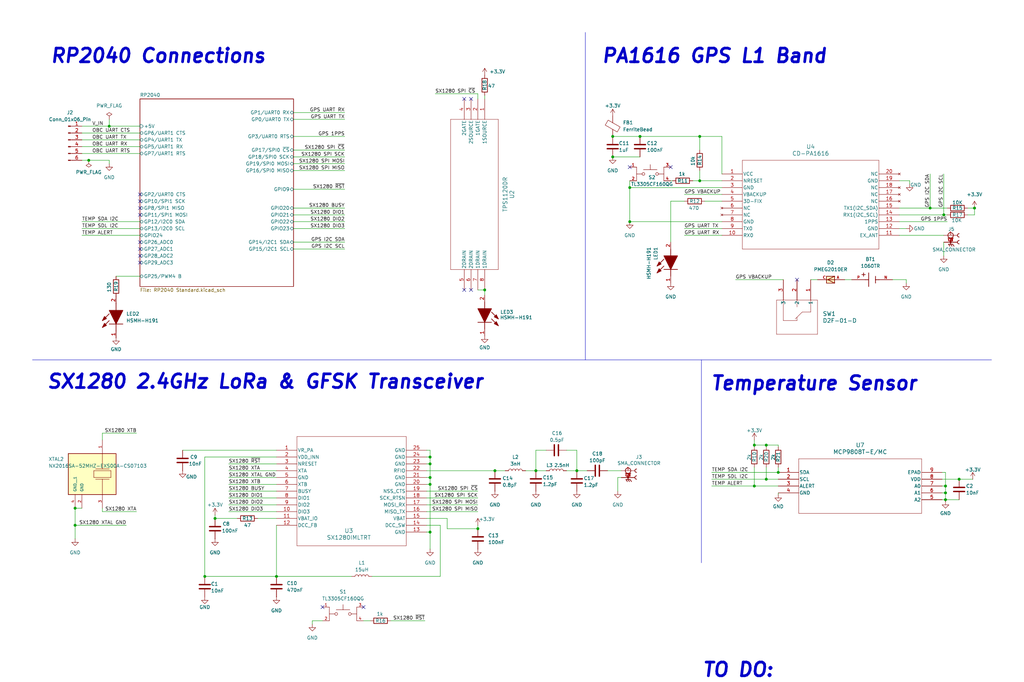
<source format=kicad_sch>
(kicad_sch (version 20231120) (generator "eeschema") (generator_version "8.0")
  (paper "User" 381 254)
  (title_block (title "Communication Board") (date "2024-12-17") (company "Porto Space Team") (comment 1 "Miguel Amorim"))
  (junction (at 280.67 165.735))
  (junction (at 234.315 69.85))
  (junction (at 351.79 183.515))
  (junction (at 199.39 175.26))
  (junction (at 356.87 178.435))
  (junction (at 33.02 59.69))
  (junction (at 160.02 172.72))
  (junction (at 289.56 175.895))
  (junction (at 214.63 175.26))
  (junction (at 280.67 180.975))
  (junction (at 285.115 165.735))
  (junction (at 160.02 198.12))
  (junction (at 260.35 67.31))
  (junction (at 76.2 214.63))
  (junction (at 351.79 180.975))
  (junction (at 80.01 193.04))
  (junction (at 351.155 80.01))
  (junction (at 285.115 178.435))
  (junction (at 180.34 107.95))
  (junction (at 184.15 175.26))
  (junction (at 234.315 82.55))
  (junction (at 177.8 196.85))
  (junction (at 362.585 77.47))
  (junction (at 346.075 77.47))
  (junction (at 227.965 50.8))
  (junction (at 160.02 180.34))
  (junction (at 260.35 50.8))
  (junction (at 160.02 177.8))
  (junction (at 27.94 195.58))
  (junction (at 238.125 50.8))
  (junction (at 227.965 58.42))
  (junction (at 102.87 214.63))
  (junction (at 27.94 189.23))
  (junction (at 40.64 46.99))
  (junction (at 160.02 170.18))
  (junction (at 351.79 186.055))
  (no_connect (at 175.26 36.83))
  (no_connect (at 135.255 226.06))
  (no_connect (at 172.72 36.83))
  (no_connect (at 52.07 90.17))
  (no_connect (at 234.315 62.23))
  (no_connect (at 52.07 77.47))
  (no_connect (at 52.07 80.01))
  (no_connect (at 120.015 226.06))
  (no_connect (at 52.07 97.79))
  (no_connect (at 172.72 107.95))
  (no_connect (at 175.26 107.95))
  (no_connect (at 52.07 72.39))
  (no_connect (at 52.07 92.71))
  (no_connect (at 52.07 95.25))
  (no_connect (at 296.545 104.14))
  (no_connect (at 249.555 62.23))
  (no_connect (at 52.07 74.93))
  (wire (pts (xy 285.115 173.99) (xy 285.115 178.435)))
  (wire (pts (xy 227.965 58.42) (xy 238.125 58.42)))
  (wire (pts (xy 289.56 175.895) (xy 289.56 173.99)))
  (wire (pts (xy 158.75 180.34) (xy 160.02 180.34)))
  (wire (pts (xy 160.02 180.34) (xy 160.02 198.12)))
  (wire (pts (xy 351.79 186.055) (xy 356.87 186.055)))
  (wire (pts (xy 30.48 54.61) (xy 52.07 54.61)))
  (wire (pts (xy 166.37 193.04) (xy 158.75 193.04)))
  (wire (pts (xy 350.52 175.895) (xy 351.79 175.895)))
  (wire (pts (xy 85.09 175.26) (xy 102.87 175.26)))
  (wire (pts (xy 280.67 165.735) (xy 280.67 166.37)))
  (wire (pts (xy 249.555 67.31) (xy 250.19 67.31)))
  (wire (pts (xy 332.105 104.14) (xy 337.185 104.14)))
  (wire (pts (xy 33.02 59.69) (xy 40.64 59.69)))
  (wire (pts (xy 195.58 175.26) (xy 199.39 175.26)))
  (wire (pts (xy 30.48 82.55) (xy 52.07 82.55)))
  (wire (pts (xy 362.585 80.01) (xy 360.045 80.01)))
  (wire (pts (xy 199.39 167.64) (xy 203.2 167.64)))
  (wire (pts (xy 260.35 50.8) (xy 268.605 50.8)))
  (wire (pts (xy 351.79 186.055) (xy 350.52 186.055)))
  (wire (pts (xy 38.1 161.29) (xy 50.8 161.29)))
  (wire (pts (xy 80.01 191.77) (xy 80.01 193.04)))
  (wire (pts (xy 234.315 69.85) (xy 234.315 82.55)))
  (wire (pts (xy 226.06 175.26) (xy 231.14 175.26)))
  (wire (pts (xy 27.94 189.23) (xy 30.48 189.23)))
  (wire (pts (xy 30.48 57.15) (xy 52.07 57.15)))
  (wire (pts (xy 177.8 36.83) (xy 177.8 34.925)))
  (wire (pts (xy 285.115 178.435) (xy 289.56 178.435)))
  (wire (pts (xy 184.15 175.26) (xy 187.96 175.26)))
  (wire (pts (xy 27.94 195.58) (xy 46.99 195.58)))
  (wire (pts (xy 130.81 214.63) (xy 102.87 214.63)))
  (wire (pts (xy 138.43 214.63) (xy 163.83 214.63)))
  (wire (pts (xy 229.87 177.8) (xy 229.87 182.88)))
  (wire (pts (xy 350.52 178.435) (xy 356.87 178.435)))
  (wire (pts (xy 285.115 165.735) (xy 285.115 166.37)))
  (wire (pts (xy 177.8 107.95) (xy 180.34 107.95)))
  (wire (pts (xy 163.83 195.58) (xy 163.83 214.63)))
  (wire (pts (xy 257.81 67.31) (xy 260.35 67.31)))
  (wire (pts (xy 262.255 74.93) (xy 268.605 74.93)))
  (wire (pts (xy 158.75 187.96) (xy 177.8 187.96)))
  (wire (pts (xy 160.02 167.64) (xy 160.02 170.18)))
  (wire (pts (xy 180.34 35.56) (xy 180.34 36.83)))
  (wire (pts (xy 351.79 183.515) (xy 351.79 186.055)))
  (wire (pts (xy 231.14 177.8) (xy 229.87 177.8)))
  (wire (pts (xy 351.79 175.895) (xy 351.79 180.975)))
  (wire (pts (xy 346.075 64.77) (xy 346.075 77.47)))
  (wire (pts (xy 109.22 50.8) (xy 128.27 50.8)))
  (wire (pts (xy 334.645 82.55) (xy 352.425 82.55)))
  (wire (pts (xy 116.205 232.41) (xy 116.205 231.14)))
  (wire (pts (xy 268.605 69.85) (xy 234.315 69.85)))
  (wire (pts (xy 160.02 172.72) (xy 160.02 177.8)))
  (wire (pts (xy 161.925 34.925) (xy 177.8 34.925)))
  (wire (pts (xy 254.635 85.09) (xy 268.605 85.09)))
  (wire (pts (xy 227.965 50.8) (xy 238.125 50.8)))
  (wire (pts (xy 280.67 163.83) (xy 280.67 165.735)))
  (wire (pts (xy 76.2 214.63) (xy 102.87 214.63)))
  (wire (pts (xy 338.455 67.31) (xy 338.455 68.58)))
  (wire (pts (xy 40.64 44.45) (xy 40.64 46.99)))
  (wire (pts (xy 166.37 196.85) (xy 177.8 196.85)))
  (wire (pts (xy 334.645 87.63) (xy 351.155 87.63)))
  (wire (pts (xy 30.48 85.09) (xy 52.07 85.09)))
  (wire (pts (xy 210.82 167.64) (xy 214.63 167.64)))
  (wire (pts (xy 334.645 67.31) (xy 338.455 67.31)))
  (wire (pts (xy 109.22 90.17) (xy 128.27 90.17)))
  (wire (pts (xy 40.64 46.99) (xy 52.07 46.99)))
  (wire (pts (xy 360.045 77.47) (xy 362.585 77.47)))
  (wire (pts (xy 27.94 195.58) (xy 27.94 200.66)))
  (wire (pts (xy 160.02 170.18) (xy 160.02 172.72)))
  (wire (pts (xy 30.48 87.63) (xy 52.07 87.63)))
  (wire (pts (xy 85.09 185.42) (xy 102.87 185.42)))
  (wire (pts (xy 43.18 102.87) (xy 52.07 102.87)))
  (wire (pts (xy 76.2 170.18) (xy 76.2 214.63)))
  (wire (pts (xy 351.79 183.515) (xy 350.52 183.515)))
  (wire (pts (xy 177.8 195.58) (xy 177.8 196.85)))
  (wire (pts (xy 135.255 231.14) (xy 137.795 231.14)))
  (wire (pts (xy 30.48 49.53) (xy 52.07 49.53)))
  (wire (pts (xy 280.67 165.735) (xy 285.115 165.735)))
  (wire (pts (xy 166.37 196.85) (xy 166.37 193.04)))
  (wire (pts (xy 264.795 175.895) (xy 289.56 175.895)))
  (wire (pts (xy 280.67 180.975) (xy 289.56 180.975)))
  (wire (pts (xy 158.75 172.72) (xy 160.02 172.72)))
  (wire (pts (xy 214.63 167.64) (xy 214.63 175.26)))
  (wire (pts (xy 210.82 175.26) (xy 214.63 175.26)))
  (wire (pts (xy 273.685 104.14) (xy 291.465 104.14)))
  (wire (pts (xy 234.315 82.55) (xy 268.605 82.55)))
  (wire (pts (xy 346.075 77.47) (xy 352.425 77.47)))
  (wire (pts (xy 109.22 77.47) (xy 128.27 77.47)))
  (wire (pts (xy 289.56 165.735) (xy 289.56 166.37)))
  (wire (pts (xy 362.585 77.47) (xy 362.585 80.01)))
  (wire (pts (xy 199.39 175.26) (xy 203.2 175.26)))
  (wire (pts (xy 289.56 184.15) (xy 289.56 183.515)))
  (wire (pts (xy 351.155 64.77) (xy 351.155 80.01)))
  (wire (pts (xy 85.09 187.96) (xy 102.87 187.96)))
  (wire (pts (xy 85.09 180.34) (xy 102.87 180.34)))
  (wire (pts (xy 109.22 58.42) (xy 128.27 58.42)))
  (wire (pts (xy 351.79 180.975) (xy 351.79 183.515)))
  (wire (pts (xy 268.605 64.77) (xy 268.605 50.8)))
  (wire (pts (xy 158.75 170.18) (xy 160.02 170.18)))
  (wire (pts (xy 264.795 180.975) (xy 280.67 180.975)))
  (wire (pts (xy 260.35 67.31) (xy 268.605 67.31)))
  (wire (pts (xy 356.87 178.435) (xy 361.95 178.435)))
  (wire (pts (xy 249.555 74.93) (xy 249.555 90.17)))
  (wire (pts (xy 314.325 104.14) (xy 316.865 104.14)))
  (wire (pts (xy 158.75 190.5) (xy 177.8 190.5)))
  (wire (pts (xy 109.22 82.55) (xy 128.27 82.55)))
  (wire (pts (xy 38.1 189.23) (xy 38.1 190.5)))
  (wire (pts (xy 280.67 180.975) (xy 280.67 173.99)))
  (wire (pts (xy 160.02 198.12) (xy 160.02 204.47)))
  (wire (pts (xy 67.945 167.64) (xy 102.87 167.64)))
  (wire (pts (xy 285.115 165.735) (xy 289.56 165.735)))
  (wire (pts (xy 40.64 59.69) (xy 40.64 60.96)))
  (wire (pts (xy 254.635 87.63) (xy 268.605 87.63)))
  (wire (pts (xy 109.22 92.71) (xy 128.27 92.71)))
  (wire (pts (xy 180.34 107.95) (xy 180.34 109.855)))
  (wire (pts (xy 27.94 189.23) (xy 27.94 195.58)))
  (wire (pts (xy 76.2 170.18) (xy 102.87 170.18)))
  (wire (pts (xy 38.1 190.5) (xy 50.8 190.5)))
  (wire (pts (xy 109.22 55.88) (xy 128.27 55.88)))
  (wire (pts (xy 109.22 85.09) (xy 128.27 85.09)))
  (wire (pts (xy 158.75 185.42) (xy 177.8 185.42)))
  (wire (pts (xy 158.75 167.64) (xy 160.02 167.64)))
  (wire (pts (xy 160.02 177.8) (xy 160.02 180.34)))
  (wire (pts (xy 334.645 85.09) (xy 337.185 85.09)))
  (wire (pts (xy 85.09 172.72) (xy 102.87 172.72)))
  (wire (pts (xy 145.415 231.14) (xy 158.115 231.14)))
  (wire (pts (xy 109.22 41.91) (xy 128.27 41.91)))
  (polyline (pts (xy 260.985 133.985) (xy 260.985 209.55)))
  (wire (pts (xy 158.75 195.58) (xy 163.83 195.58)))
  (wire (pts (xy 85.09 182.88) (xy 102.87 182.88)))
  (wire (pts (xy 30.48 52.07) (xy 52.07 52.07)))
  (wire (pts (xy 238.125 50.8) (xy 260.35 50.8)))
  (wire (pts (xy 95.885 193.04) (xy 102.87 193.04)))
  (wire (pts (xy 80.01 193.04) (xy 88.265 193.04)))
  (wire (pts (xy 351.155 90.17) (xy 351.155 95.25)))
  (wire (pts (xy 264.795 178.435) (xy 285.115 178.435)))
  (wire (pts (xy 214.63 175.26) (xy 218.44 175.26)))
  (wire (pts (xy 30.48 46.99) (xy 40.64 46.99)))
  (wire (pts (xy 109.22 63.5) (xy 128.27 63.5)))
  (wire (pts (xy 260.35 63.5) (xy 260.35 67.31)))
  (wire (pts (xy 260.35 50.8) (xy 260.35 55.88)))
  (wire (pts (xy 38.1 163.83) (xy 38.1 161.29)))
  (wire (pts (xy 158.75 198.12) (xy 160.02 198.12)))
  (wire (pts (xy 351.79 180.975) (xy 350.52 180.975)))
  (wire (pts (xy 337.185 104.14) (xy 337.185 105.41)))
  (wire (pts (xy 158.75 175.26) (xy 184.15 175.26)))
  (wire (pts (xy 199.39 175.26) (xy 199.39 167.64)))
  (wire (pts (xy 158.75 177.8) (xy 160.02 177.8)))
  (wire (pts (xy 351.79 186.055) (xy 351.79 186.69)))
  (wire (pts (xy 102.87 214.63) (xy 102.87 195.58)))
  (wire (pts (xy 109.22 70.485) (xy 128.27 70.485)))
  (wire (pts (xy 254.635 72.39) (xy 268.605 72.39)))
  (wire (pts (xy 116.205 231.14) (xy 120.015 231.14)))
  (wire (pts (xy 85.09 190.5) (xy 102.87 190.5)))
  (wire (pts (xy 301.625 104.14) (xy 304.165 104.14)))
  (wire (pts (xy 30.48 59.69) (xy 33.02 59.69)))
  (wire (pts (xy 158.75 182.88) (xy 177.8 182.88)))
  (polyline (pts (xy 217.805 12.065) (xy 217.805 133.985)))
  (wire (pts (xy 249.555 74.93) (xy 254.635 74.93)))
  (wire (pts (xy 109.22 44.45) (xy 128.27 44.45)))
  (polyline (pts (xy 12.065 133.985) (xy 368.935 133.985)))
  (wire (pts (xy 109.22 80.01) (xy 128.27 80.01)))
  (wire (pts (xy 234.315 67.31) (xy 234.315 69.85)))
  (wire (pts (xy 85.09 177.8) (xy 102.87 177.8)))
  (wire (pts (xy 351.155 80.01) (xy 352.425 80.01)))
  (wire (pts (xy 334.645 77.47) (xy 346.075 77.47)))
  (wire (pts (xy 109.22 60.96) (xy 128.27 60.96)))
  (wire (pts (xy 334.645 80.01) (xy 351.155 80.01)))
  (text "PA1616 GPS L1 Band" (at 223.52 20.955 0) (effects (font (size 5.08 5.08) (thickness 1.016) (bold yes) (italic yes)) (justify left)))
  (text "SX1280 2.4GHz LoRa & GFSK Transceiver" (at 17.145 142.24 0) (effects (font (size 5.08 5.08) (thickness 1.016) (bold yes) (italic yes)) (justify left)))
  (text "RP2040 Connections" (at 18.415 20.955 0) (effects (font (size 5.08 5.08) (thickness 1.016) (bold yes) (italic yes)) (justify left)))
  (text "TO DO:" (at 260.985 249.555 0) (effects (font (size 5.08 5.08) (thickness 1.016) (bold yes) (italic yes)) (justify left)))
  (text "Temperature Sensor" (at 264.16 142.875 0) (effects (font (size 5.08 5.08) (thickness 1.016) (bold yes) (italic yes)) (justify left)))
  (text "Falta procurar e atribuir footprints\nEscolher modelos de resistências e condensadores\nSimbolos e footprints para o conectores:\n	- 5V e GND do OBC\n	- UART do OBC" (at 261.62 274.32 0) (effects (font (size 2.6 2.6) (italic yes)) (justify left)))
  (label "SX1280 DIO1" (at 85.09 185.42 0))
  (label "SX1280 DIO1" (at 128.27 80.01 180))
  (label "SX1280 SPI ~{CS}" (at 161.925 34.925 0))
  (label "SX1280 ~{RST}" (at 128.27 70.485 180))
  (label "SX1280 BUSY" (at 128.27 77.47 180))
  (label "GPS UART RX" (at 254.635 87.63 0))
  (label "SX1280 XTAL GND" (at 46.99 195.58 180))
  (label "OBC UART RTS" (at 34.29 57.15 0))
  (label "SX1280 SPI MISO" (at 128.27 63.5 180))
  (label "GPS I2C SCL" (at 128.27 92.71 180))
  (label "SX1280 SPI ~{CS}" (at 177.8 182.88 180))
  (label "GPS 1PPS" (at 128.27 50.8 180))
  (label "TEMP ALERT" (at 264.795 180.975 0))
  (label "SX1280 SPI SCK" (at 177.8 185.42 180))
  (label "SX1280 XTAL GND" (at 85.09 177.8 0))
  (label "SX1280 XTA" (at 85.09 175.26 0))
  (label "SX1280 DIO2" (at 128.27 82.55 180))
  (label "SX1280 XTB" (at 85.09 180.34 0))
  (label "GPS 1PPS" (at 352.425 82.55 180))
  (label "GPS VBACKUP" (at 254.635 72.39 0))
  (label "GPS I2C SDA" (at 128.27 90.17 180))
  (label "SX1280 DIO3" (at 128.27 85.09 180))
  (label "SX1280 BUSY" (at 85.09 182.88 0))
  (label "SX1280 SPI MOSI" (at 177.8 187.96 180))
  (label "TEMP SDA I2C" (at 264.795 175.895 0))
  (label "OBC UART CTS" (at 34.29 49.53 0))
  (label "GPS VBACKUP" (at 273.685 104.14 0))
  (label "GPS UART RX" (at 128.27 41.91 180))
  (label "V_IN" (at 34.29 46.99 0))
  (label "TEMP SDL I2C" (at 264.795 178.435 0))
  (label "GPS I2C SCL" (at 351.155 64.77 270))
  (label "OBC UART TX" (at 34.29 52.07 0))
  (label "SX1280 SPI SCK" (at 128.27 58.42 180))
  (label "SX1280 XTB" (at 50.8 161.29 180))
  (label "GPS UART TX" (at 254.635 85.09 0))
  (label "SX1280 DIO3" (at 85.09 190.5 0))
  (label "SX1280 ~{RST}" (at 85.09 172.72 0))
  (label "TEMP SDL I2C" (at 30.48 85.09 0))
  (label "TEMP SDA I2C" (at 30.48 82.55 0))
  (label "SX1280 SPI MISO" (at 177.8 190.5 180))
  (label "SX1280 SPI ~{CS}" (at 128.27 55.88 180))
  (label "GPS I2C SDA" (at 346.075 64.77 270))
  (label "GPS UART TX" (at 128.27 44.45 180))
  (label "OBC UART RX" (at 34.29 54.61 0))
  (label "SX1280 XTA" (at 50.8 190.5 180))
  (label "TEMP ALERT" (at 30.48 87.63 0))
  (label "SX1280 DIO2" (at 85.09 187.96 0))
  (label "SX1280 ~{RST}" (at 158.115 231.14 180))
  (label "SX1280 SPI MOSI" (at 128.27 60.96 180))
  (symbol (lib_id "power:+3.3V") (at 180.34 27.94 0) (unit 1)
    (property "Reference" "#PWR027" (effects (hide yes)))
    (property "Value" "+3.3V" (at 182.118 26.6699 0) (effects (justify left)))
    (property "Description" "Power symbol creates a global label with name \"+3.3V\"" (effects (hide yes)))
  )
  (symbol (lib_id "Device:C") (at 67.945 171.45 0) (unit 1)
    (property "Reference" "C9" (at 70.739 170.18 0) (effects (justify left)))
    (property "Value" "10nF" (at 70.231 172.72 0) (effects (justify left)))
    (property "Footprint" "CAP_GCM155_MUR:CAP_GCM155_MUR" (effects (hide yes)))
    (property "Description" "Unpolarized capacitor" (effects (hide yes)))
  )
  (symbol (lib_id "power:+3.3V") (at 280.67 163.83 0) (unit 1)
    (property "Reference" "#PWR054" (effects (hide yes)))
    (property "Value" "+3.3V" (at 280.67 160.274 0))
    (property "Description" "Power symbol creates a global label with name \"+3.3V\"" (effects (hide yes)))
  )
  (symbol (lib_id "power:GND") (at 289.56 184.15 0) (unit 1)
    (property "Reference" "#PWR055" (effects (hide yes)))
    (property "Value" "GND" (at 289.56 188.595 0))
    (property "Description" "Power symbol creates a global label with name \"GND\" , ground" (effects (hide yes)))
  )
  (symbol (lib_id "Device:R") (at 356.235 77.47 90) (unit 1)
    (property "Reference" "R15" (at 356.235 77.47 90))
    (property "Value" "10K" (at 356.235 75.438 90))
    (property "Footprint" "RC0402N_VIS:RC0402N_VIS" (effects (hide yes)))
    (property "Description" "Resistor" (effects (hide yes)))
  )
  (symbol (lib_id "power:GND") (at 351.79 186.69 0) (unit 1)
    (property "Reference" "#PWR056" (effects (hide yes)))
    (property "Value" "GND" (at 351.79 191.135 0))
    (property "Description" "Power symbol creates a global label with name \"GND\" , ground" (effects (hide yes)))
  )
  (symbol (lib_id "power:GND") (at 180.34 125.095 0) (unit 1)
    (property "Reference" "#PWR053" (effects (hide yes)))
    (property "Value" "GND" (at 180.34 129.413 0))
    (property "Description" "Power symbol creates a global label with name \"GND\" , ground" (effects (hide yes)))
  )
  (symbol (lib_id "power:+3.3V") (at 80.01 191.77 0) (unit 1)
    (property "Reference" "#PWR02" (effects (hide yes)))
    (property "Value" "+3.3V" (at 80.01 187.96 0))
    (property "Description" "Power symbol creates a global label with name \"+3.3V\"" (effects (hide yes)))
  )
  (symbol (lib_id "power:GND") (at 160.02 204.47 0) (unit 1)
    (property "Reference" "#PWR08" (effects (hide yes)))
    (property "Value" "GND" (at 160.02 209.55 0))
    (property "Description" "Power symbol creates a global label with name \"GND\" , ground" (effects (hide yes)))
  )
  (symbol (lib_id "SMA_CONNECTOR:SMA_CONNECTOR") (at 233.68 175.26 0) (mirror y) (unit 1)
    (property "Reference" "J3" (at 237.744 170.18 0))
    (property "Value" "SMA_CONNECTOR" (at 237.744 172.466 0))
    (property "Footprint" "SMA_CONNECTOR:LPRS_SMA_CONNECTOR" (effects (hide yes)))
    (property "MF" "LPRS" (effects (hide yes)))
    (property "MAXIMUM_PACKAGE_HEIGHT" "8.3 mm" (effects (hide yes)))
    (property "Package" "None" (effects (hide yes)))
    (property "Price" "None" (effects (hide yes)))
    (property "Check_prices" "https://www.snapeda.com/parts/SMA%20CONNECTOR/LPRS/view-part/?ref=eda" (effects (hide yes)))
    (property "STANDARD" "Manufacturer Recommendations" (effects (hide yes)))
    (property "PARTREV" "1.3" (effects (hide yes)))
    (property "SnapEDA_Link" "https://www.snapeda.com/parts/SMA%20CONNECTOR/LPRS/view-part/?ref=snap" (effects (hide yes)))
    (property "MP" "SMA CONNECTOR" (effects (hide yes)))
    (property "Purchase-URL" "https://www.snapeda.com/api/url_track_click_mouser/?unipart_id=4703486&manufacturer=LPRS&part_name=SMA CONNECTOR&search_term=None" (effects (hide yes)))
    (property "Description_1" "\n                        \n                            RF Coaxial Straight SMA Connector\n                        \n" (effects (hide yes)))
    (property "Availability" "In Stock" (effects (hide yes)))
    (property "MANUFACTURER" "LPRS" (effects (hide yes)))
  )
  (symbol (lib_id "power:GND") (at 67.945 175.26 0) (unit 1)
    (property "Reference" "#PWR05" (effects (hide yes)))
    (property "Value" "GND" (at 71.247 177.546 0))
    (property "Description" "Power symbol creates a global label with name \"GND\" , ground" (effects (hide yes)))
  )
  (symbol (lib_id "GPS L1:5186") (at 268.605 64.77 0) (unit 1)
    (property "Reference" "U4" (at 301.625 54.61 0) (effects (font (size 1.524 1.524))))
    (property "Value" "CD-PA1616" (at 301.625 57.15 0) (effects (font (size 1.524 1.524))))
    (property "Footprint" "GPS_adafruit:CD-PA1616D_ADA" (effects (hide yes)))
    (property "Datasheet" "5186" (effects (hide yes)))
  )
  (symbol (lib_id "power:PWR_FLAG") (at 33.02 59.69 180) (unit 1)
    (property "Reference" "#FLG03" (effects (hide yes)))
    (property "Value" "PWR_FLAG" (at 33.02 64.135 0))
    (property "Description" "Special symbol for telling ERC where power comes from" (effects (hide yes)))
  )
  (symbol (lib_id "power:GND") (at 214.63 182.88 0) (unit 1)
    (property "Reference" "#PWR013" (effects (hide yes)))
    (property "Value" "GND" (at 214.63 187.96 0))
    (property "Description" "Power symbol creates a global label with name \"GND\" , ground" (effects (hide yes)))
  )
  (symbol (lib_id "Device:R") (at 92.075 193.04 90) (unit 1)
    (property "Reference" "R13" (at 92.075 193.04 90))
    (property "Value" "47" (at 92.075 195.58 90))
    (property "Footprint" "RC0402N_VIS:RC0402N_VIS" (effects (hide yes)))
    (property "Description" "Resistor" (effects (hide yes)))
  )
  (symbol (lib_id "Device:R") (at 180.34 31.75 180) (unit 1)
    (property "Reference" "R18" (at 180.34 31.75 90))
    (property "Value" "47" (at 182.88 32.004 0))
    (property "Footprint" "RC0402N_VIS:RC0402N_VIS" (effects (hide yes)))
    (property "Description" "Resistor" (effects (hide yes)))
  )
  (symbol (lib_id "power:GND") (at 249.555 105.41 0) (unit 1)
    (property "Reference" "#PWR018" (effects (hide yes)))
    (property "Value" "GND" (at 249.555 110.49 0))
    (property "Description" "Power symbol creates a global label with name \"GND\" , ground" (effects (hide yes)))
  )
  (symbol (lib_id "power:+3.3V") (at 361.95 178.435 0) (unit 1)
    (property "Reference" "#PWR057" (effects (hide yes)))
    (property "Value" "+3.3V" (at 361.95 174.879 0))
    (property "Description" "Power symbol creates a global label with name \"+3.3V\"" (effects (hide yes)))
  )
  (symbol (lib_id "Red SMD LED:HSMH-H191") (at 249.555 105.41 90) (unit 1)
    (property "Reference" "LED1" (at 243.967 91.948 0) (effects (justify right)))
    (property "Value" "HSMH-H191" (at 241.427 91.948 0) (effects (justify right)))
    (property "Footprint" "Red SMD LED:HSMHH191" (effects (hide yes)))
    (property "Datasheet" "https://www.broadcom.com/products/leds-and-displays/chip-leds/0603-1.6-x-0.88mm-top-mount/hsmh-h191" (effects (hide yes)))
    (property "Description" "0603 Top Mount Mono-Color ChipLED" (effects (hide yes)))
    (property "Height" "0.7" (effects (hide yes)))
    (property "Manufacturer_Name" "Avago Technologies" (effects (hide yes)))
    (property "Manufacturer_Part_Number" "HSMH-H191" (effects (hide yes)))
    (property "Mouser Part Number" "630-HSMH-H191" (effects (hide yes)))
    (property "Mouser Price/Stock" "https://www.mouser.co.uk/ProductDetail/Broadcom-Avago/HSMH-H191?qs=Li%252BoUPsLEnsN8XNfO1JPnw%3D%3D" (effects (hide yes)))
  )
  (symbol (lib_id "power:GND") (at 338.455 68.58 0) (unit 1)
    (property "Reference" "#PWR021" (effects (hide yes)))
    (property "Value" "GND" (at 340.741 68.834 0))
    (property "Description" "Power symbol creates a global label with name \"GND\" , ground" (effects (hide yes)))
  )
  (symbol (lib_id "Device:C") (at 177.8 200.66 0) (unit 1)
    (property "Reference" "C13" (at 181.61 199.3899 0) (effects (justify left)))
    (property "Value" "100nF" (at 181.61 201.9299 0) (effects (justify left)))
    (property "Footprint" "CAP_GCM155_MUR:CAP_GCM155_MUR" (effects (hide yes)))
    (property "Description" "Unpolarized capacitor" (effects (hide yes)))
  )
  (symbol (lib_id "Coin Battery Contact:1060TR") (at 324.485 104.14 0) (unit 1)
    (property "Reference" "BT1" (at 323.85 96.52 0))
    (property "Value" "1060TR" (at 323.85 99.06 0))
    (property "Footprint" "BAT Holder 1060TR:BAT_1060TR" (effects (hide yes)))
    (property "MF" "Keystone" (effects (hide yes)))
    (property "MAXIMUM_PACKAGE_HEIGHT" "5.51mm" (effects (hide yes)))
    (property "Package" "1060TR Keystone" (effects (hide yes)))
    (property "Price" "None" (effects (hide yes)))
    (property "Check_prices" "https://www.snapeda.com/parts/1060TR/Keystone/view-part/?ref=eda" (effects (hide yes)))
    (property "STANDARD" "Manufacturer Recommendations" (effects (hide yes)))
    (property "PARTREV" "L" (effects (hide yes)))
    (property "SnapEDA_Link" "https://www.snapeda.com/parts/1060TR/Keystone/view-part/?ref=snap" (effects (hide yes)))
    (property "MP" "1060TR" (effects (hide yes)))
    (property "Description_1" "\n                        \n                            Holder; SMT; Vibra-Fit; Cells 2025 & 2032; Tape & Reel | Keystone Electronics 1060TR\n                        \n" (effects (hide yes)))
    (property "SNAPEDA_PN" "1060TR" (effects (hide yes)))
    (property "Availability" "In Stock" (effects (hide yes)))
    (property "MANUFACTURER" "Keystone" (effects (hide yes)))
  )
  (symbol (lib_id "Device:FerriteBead") (at 227.965 46.99 0) (unit 1)
    (property "Reference" "FB1" (at 231.775 45.6691 0) (effects (justify left)))
    (property "Value" "FerriteBead" (at 231.775 48.2091 0) (effects (justify left)))
    (property "Footprint" "BEADC1608X95N:BEADC1608X95N" (effects (hide yes)))
    (property "Description" "Ferrite bead" (effects (hide yes)))
  )
  (symbol (lib_id "Device:R") (at 43.18 106.68 0) (mirror x) (unit 1)
    (property "Reference" "R19" (at 43.18 106.68 90))
    (property "Value" "130" (at 40.64 106.934 90))
    (property "Footprint" "RC0402N_VIS:RC0402N_VIS" (effects (hide yes)))
    (property "Description" "Resistor" (effects (hide yes)))
  )
  (symbol (lib_id "52MHz Crystal:NX2016SA-52MHZ-EXS00A-CS07103") (at 35.56 176.53 270) (unit 1)
    (property "Reference" "XTAL2" (at 18.034 170.942 90) (effects (justify left)))
    (property "Value" "NX2016SA-52MHZ-EXS00A-CS07103" (at 18.034 173.482 90) (effects (justify left)))
    (property "Footprint" "NX2016SA_52MHZ:OSCCC200X160X50N" (effects (hide yes)))
    (property "PARTREV" "N/A" (effects (hide yes)))
    (property "STANDARD" "IPC-7351B" (effects (hide yes)))
    (property "MANUFACTURER" "NDK" (effects (hide yes)))
  )
  (symbol (lib_id "power:GND") (at 351.155 95.25 0) (unit 1)
    (property "Reference" "#PWR022" (effects (hide yes)))
    (property "Value" "GND" (at 351.155 100.33 0))
    (property "Description" "Power symbol creates a global label with name \"GND\" , ground" (effects (hide yes)))
  )
  (symbol (lib_id "Device:R") (at 258.445 74.93 90) (unit 1)
    (property "Reference" "R12" (at 258.445 74.93 90))
    (property "Value" "470" (at 258.191 77.47 90))
    (property "Footprint" "RC0402N_VIS:RC0402N_VIS" (effects (hide yes)))
    (property "Description" "Resistor" (effects (hide yes)))
  )
  (symbol (lib_id "Device:C") (at 356.87 182.245 0) (unit 1)
    (property "Reference" "C2" (at 359.41 180.975 0) (effects (justify left)))
    (property "Value" "10nF" (at 359.41 183.515 0) (effects (justify left)))
    (property "Footprint" "CAP_GCM155_MUR:CAP_GCM155_MUR" (effects (hide yes)))
    (property "Description" "Unpolarized capacitor" (effects (hide yes)))
  )
  (symbol (lib_id "power:GND") (at 184.15 182.88 0) (unit 1)
    (property "Reference" "#PWR011" (effects (hide yes)))
    (property "Value" "GND" (at 184.15 187.96 0))
    (property "Description" "Power symbol creates a global label with name \"GND\" , ground" (effects (hide yes)))
  )
  (symbol (lib_id "Device:C") (at 238.125 54.61 0) (unit 1)
    (property "Reference" "C12" (at 240.665 53.34 0) (effects (justify left)))
    (property "Value" "100nF" (at 240.665 55.88 0) (effects (justify left)))
    (property "Footprint" "CAP_GCM155_MUR:CAP_GCM155_MUR" (effects (hide yes)))
    (property "Description" "Unpolarized capacitor" (effects (hide yes)))
  )
  (symbol (lib_id "power:GND") (at 177.8 204.47 0) (unit 1)
    (property "Reference" "#PWR010" (effects (hide yes)))
    (property "Value" "GND" (at 177.8 209.55 0))
    (property "Description" "Power symbol creates a global label with name \"GND\" , ground" (effects (hide yes)))
  )
  (symbol (lib_id "Device:C") (at 184.15 179.07 0) (unit 1)
    (property "Reference" "C14" (at 186.944 178.054 0) (effects (justify left)))
    (property "Value" "0.8pF" (at 186.944 180.594 0) (effects (justify left)))
    (property "Footprint" "CAP_GCM155_MUR:CAP_GCM155_MUR" (effects (hide yes)))
    (property "Description" "Unpolarized capacitor" (effects (hide yes)))
  )
  (symbol (lib_id "Device:C") (at 199.39 179.07 0) (unit 1)
    (property "Reference" "C15" (at 201.93 177.8 0) (effects (justify left)))
    (property "Value" "1.2pF" (at 201.93 180.34 0) (effects (justify left)))
    (property "Footprint" "CAP_GCM155_MUR:CAP_GCM155_MUR" (effects (hide yes)))
    (property "Description" "Unpolarized capacitor" (effects (hide yes)))
  )
  (symbol (lib_id "TL3305CF160QG:TL3305CF160QG") (at 127.635 228.6 0) (unit 1)
    (property "Reference" "S1" (at 127.635 220.345 0))
    (property "Value" "TL3305CF160QG" (at 127.635 222.885 0))
    (property "Footprint" "E-Switch_7mm:SW_TL3305CF160QG" (effects (hide yes)))
    (property "MF" "E-Switch" (effects (hide yes)))
    (property "MAXIMUM_PACKAGE_HEIGHT" "5 mm" (effects (hide yes)))
    (property "Package" "None" (effects (hide yes)))
    (property "Price" "None" (effects (hide yes)))
    (property "Check_prices" "https://www.snapeda.com/parts/TL3305CF160QG/E-Switch/view-part/?ref=eda" (effects (hide yes)))
    (property "STANDARD" "Manufacturer Recommendations" (effects (hide yes)))
    (property "PARTREV" "C" (effects (hide yes)))
    (property "SnapEDA_Link" "https://www.snapeda.com/parts/TL3305CF160QG/E-Switch/view-part/?ref=snap" (effects (hide yes)))
    (property "MP" "TL3305CF160QG" (effects (hide yes)))
    (property "Description_1" "\n                        \n                            SWITCH TACTILE SPST-NO 50MA 12V\n                        \n" (effects (hide yes)))
    (property "MANUFACTURER" "E-Switch" (effects (hide yes)))
    (property "Availability" "In Stock" (effects (hide yes)))
    (property "SNAPEDA_PN" "TL3305BF260QG" (effects (hide yes)))
  )
  (symbol (lib_id "power:+3.3V") (at 362.585 77.47 0) (unit 1)
    (property "Reference" "#PWR028" (effects (hide yes)))
    (property "Value" "+3.3V" (at 362.585 72.39 0))
    (property "Description" "Power symbol creates a global label with name \"+3.3V\"" (effects (hide yes)))
  )
  (symbol (lib_id "Device:L") (at 191.77 175.26 90) (unit 1)
    (property "Reference" "L2" (at 191.77 170.18 90))
    (property "Value" "3nH" (at 191.77 172.72 90))
    (property "Footprint" "LQW15CNR20J00B:LQW15CNR20J00B" (effects (hide yes)))
    (property "Description" "Inductor" (effects (hide yes)))
  )
  (symbol (lib_id "Switch_D2F-01:D2F-01-D") (at 301.625 104.14 270) (unit 1)
    (property "Reference" "SW1" (at 306.07 116.8399 90) (effects (font (size 1.524 1.524)) (justify left)))
    (property "Value" "D2F-01-D" (at 306.07 119.3799 90) (effects (font (size 1.524 1.524)) (justify left)))
    (property "Footprint" "Switch D2F-01:D2F-01-D_OMR" (effects (hide yes)))
    (property "Datasheet" "D2F-01-D" (effects (hide yes)))
  )
  (symbol (lib_id "power:+3.3V") (at 227.965 43.18 0) (unit 1)
    (property "Reference" "#PWR015" (effects (hide yes)))
    (property "Value" "+3.3V" (at 227.965 39.37 0))
    (property "Description" "Power symbol creates a global label with name \"+3.3V\"" (effects (hide yes)))
  )
  (symbol (lib_id "Device:R") (at 141.605 231.14 90) (mirror x) (unit 1)
    (property "Reference" "R16" (at 141.605 231.14 90))
    (property "Value" "1k" (at 141.351 228.6 90))
    (property "Footprint" "RC0402N_VIS:RC0402N_VIS" (effects (hide yes)))
    (property "Description" "Resistor" (effects (hide yes)))
  )
  (symbol (lib_id "TL3305CF160QG:TL3305CF160QG") (at 241.935 64.77 0) (unit 1)
    (property "Reference" "S2" (at 242.57 66.04 0))
    (property "Value" "TL3305CF160QG" (at 242.57 68.58 0))
    (property "Footprint" "E-Switch_7mm:SW_TL3305CF160QG" (effects (hide yes)))
    (property "MF" "E-Switch" (effects (hide yes)))
    (property "MAXIMUM_PACKAGE_HEIGHT" "5 mm" (effects (hide yes)))
    (property "Package" "None" (effects (hide yes)))
    (property "Price" "None" (effects (hide yes)))
    (property "Check_prices" "https://www.snapeda.com/parts/TL3305CF160QG/E-Switch/view-part/?ref=eda" (effects (hide yes)))
    (property "STANDARD" "Manufacturer Recommendations" (effects (hide yes)))
    (property "PARTREV" "C" (effects (hide yes)))
    (property "SnapEDA_Link" "https://www.snapeda.com/parts/TL3305CF160QG/E-Switch/view-part/?ref=snap" (effects (hide yes)))
    (property "MP" "TL3305CF160QG" (effects (hide yes)))
    (property "Description_1" "\n                        \n                            SWITCH TACTILE SPST-NO 50MA 12V\n                        \n" (effects (hide yes)))
    (property "MANUFACTURER" "E-Switch" (effects (hide yes)))
    (property "Availability" "In Stock" (effects (hide yes)))
    (property "SNAPEDA_PN" "TL3305BF260QG" (effects (hide yes)))
  )
  (symbol (lib_id "Device:L") (at 134.62 214.63 90) (unit 1)
    (property "Reference" "L1" (at 134.62 209.55 90))
    (property "Value" "15uH" (at 134.62 212.09 90))
    (property "Footprint" "IND_2012_TDK:IND_2012_TDK" (effects (hide yes)))
    (property "Description" "Inductor" (effects (hide yes)))
  )
  (symbol (lib_id "Device:R") (at 289.56 170.18 0) (unit 1)
    (property "Reference" "R21" (at 289.56 172.085 90) (effects (justify left)))
    (property "Value" "2k" (at 287.655 171.45 90) (effects (justify left)))
    (property "Footprint" "RC0402N_VIS:RC0402N_VIS" (effects (hide yes)))
    (property "Description" "Resistor" (effects (hide yes)))
  )
  (symbol (lib_id "Device:C") (at 102.87 218.44 0) (unit 1)
    (property "Reference" "C10" (at 106.68 217.1699 0) (effects (justify left)))
    (property "Value" "470nF" (at 106.68 219.7099 0) (effects (justify left)))
    (property "Footprint" "CAP_GCM155_MUR:CAP_GCM155_MUR" (effects (hide yes)))
    (property "Description" "Unpolarized capacitor" (effects (hide yes)))
  )
  (symbol (lib_id "Device:C") (at 76.2 218.44 0) (unit 1)
    (property "Reference" "C1" (at 78.486 217.424 0) (effects (justify left)))
    (property "Value" "10nF" (at 78.486 219.964 0) (effects (justify left)))
    (property "Footprint" "CAP_GCM155_MUR:CAP_GCM155_MUR" (effects (hide yes)))
    (property "Description" "Unpolarized capacitor" (effects (hide yes)))
  )
  (symbol (lib_id "Red SMD LED:HSMH-H191") (at 180.34 125.095 270) (mirror x) (unit 1)
    (property "Reference" "LED3" (at 191.008 116.205 90) (effects (justify right)))
    (property "Value" "HSMH-H191" (at 198.12 118.237 90) (effects (justify right)))
    (property "Footprint" "Red SMD LED:HSMHH191" (effects (hide yes)))
    (property "Datasheet" "https://www.broadcom.com/products/leds-and-displays/chip-leds/0603-1.6-x-0.88mm-top-mount/hsmh-h191" (effects (hide yes)))
    (property "Description" "0603 Top Mount Mono-Color ChipLED" (effects (hide yes)))
    (property "Height" "0.7" (effects (hide yes)))
    (property "Manufacturer_Name" "Avago Technologies" (effects (hide yes)))
    (property "Manufacturer_Part_Number" "HSMH-H191" (effects (hide yes)))
    (property "Mouser Part Number" "630-HSMH-H191" (effects (hide yes)))
    (property "Mouser Price/Stock" "https://www.mouser.co.uk/ProductDetail/Broadcom-Avago/HSMH-H191?qs=Li%252BoUPsLEnsN8XNfO1JPnw%3D%3D" (effects (hide yes)))
  )
  (symbol (lib_id "power:+3.3V") (at 177.8 195.58 0) (unit 1)
    (property "Reference" "#PWR09" (effects (hide yes)))
    (property "Value" "+3.3V" (at 181.102 193.294 0))
    (property "Description" "Power symbol creates a global label with name \"+3.3V\"" (effects (hide yes)))
  )
  (symbol (lib_id "2.4Ghz LoRa Transceiver:SX1280IMLTRT") (at 102.87 167.64 0) (unit 1)
    (property "Reference" "U3" (at 129.794 197.612 0) (effects (font (size 1.524 1.524))))
    (property "Value" "SX1280IMLTRT" (at 129.794 200.152 0) (effects (font (size 1.524 1.524))))
    (property "Footprint" "SX1280:QFN24_4X4_SEM" (effects (hide yes)))
    (property "Datasheet" "SX1280IMLTRT" (effects (hide yes)))
  )
  (symbol (lib_id "power:GND") (at 337.185 85.09 90) (unit 1)
    (property "Reference" "#PWR020" (effects (hide yes)))
    (property "Value" "GND" (at 342.011 85.09 90))
    (property "Description" "Power symbol creates a global label with name \"GND\" , ground" (effects (hide yes)))
  )
  (symbol (lib_id "power:GND") (at 199.39 182.88 0) (unit 1)
    (property "Reference" "#PWR012" (effects (hide yes)))
    (property "Value" "GND" (at 199.39 187.96 0))
    (property "Description" "Power symbol creates a global label with name \"GND\" , ground" (effects (hide yes)))
  )
  (symbol (lib_id "Device:C") (at 207.01 167.64 270) (unit 1)
    (property "Reference" "C16" (at 207.264 161.29 90))
    (property "Value" "0.5pF" (at 207.264 163.83 90))
    (property "Footprint" "CAP_GCM155_MUR:CAP_GCM155_MUR" (effects (hide yes)))
    (property "Description" "Unpolarized capacitor" (effects (hide yes)))
  )
  (symbol (lib_id "power:GND") (at 27.94 200.66 0) (unit 1)
    (property "Reference" "#PWR01" (effects (hide yes)))
    (property "Value" "GND" (at 27.94 205.74 0))
    (property "Description" "Power symbol creates a global label with name \"GND\" , ground" (effects (hide yes)))
  )
  (symbol (lib_id "Device:C") (at 227.965 54.61 0) (unit 1)
    (property "Reference" "C11" (at 230.251 53.34 0) (effects (justify left)))
    (property "Value" "1uF" (at 230.251 55.88 0) (effects (justify left)))
    (property "Footprint" "CAP_GCM155_MUR:CAP_GCM155_MUR" (effects (hide yes)))
    (property "Description" "Unpolarized capacitor" (effects (hide yes)))
  )
  (symbol (lib_id "Device:C") (at 214.63 179.07 0) (unit 1)
    (property "Reference" "C17" (at 217.17 178.054 0) (effects (justify left)))
    (property "Value" "1.2pF" (at 217.17 180.594 0) (effects (justify left)))
    (property "Footprint" "CAP_GCM155_MUR:CAP_GCM155_MUR" (effects (hide yes)))
    (property "Description" "Unpolarized capacitor" (effects (hide yes)))
  )
  (symbol (lib_id "power:GND") (at 116.205 232.41 0) (unit 1)
    (property "Reference" "#PWR07" (effects (hide yes)))
    (property "Value" "GND" (at 116.205 237.49 0))
    (property "Description" "Power symbol creates a global label with name \"GND\" , ground" (effects (hide yes)))
  )
  (symbol (lib_id "power:PWR_FLAG") (at 40.64 44.45 0) (unit 1)
    (property "Reference" "#FLG01" (effects (hide yes)))
    (property "Value" "PWR_FLAG" (at 40.64 39.37 0))
    (property "Description" "Special symbol for telling ERC where power comes from" (effects (hide yes)))
  )
  (symbol (lib_id "Device:R") (at 280.67 170.18 0) (unit 1)
    (property "Reference" "R10" (at 280.67 172.085 90) (effects (justify left)))
    (property "Value" "2k" (at 278.765 171.45 90) (effects (justify left)))
    (property "Footprint" "RC0402N_VIS:RC0402N_VIS" (effects (hide yes)))
    (property "Description" "Resistor" (effects (hide yes)))
  )
  (symbol (lib_id "Connector:Conn_01x06_Pin") (at 25.4 52.07 0) (unit 1)
    (property "Reference" "J2" (at 26.035 41.91 0))
    (property "Value" "Conn_01x06_Pin" (at 26.035 44.45 0))
    (property "Footprint" "Connector_PinHeader_1.00mm:PinHeader_1x06_P1.00mm_Vertical_SMD_Pin1Left" (effects (hide yes)))
    (property "Description" "Generic connector, single row, 01x06, script generated" (effects (hide yes)))
  )
  (symbol (lib_id "power:GND") (at 76.2 222.25 0) (unit 1)
    (property "Reference" "#PWR03" (effects (hide yes)))
    (property "Value" "GND" (at 76.2 226.06 0))
    (property "Description" "Power symbol creates a global label with name \"GND\" , ground" (effects (hide yes)))
  )
  (symbol (lib_id "Device:C") (at 222.25 175.26 270) (unit 1)
    (property "Reference" "C18" (at 222.25 168.91 90))
    (property "Value" "100pF" (at 222.25 171.45 90))
    (property "Footprint" "CAP_GCM155_MUR:CAP_GCM155_MUR" (effects (hide yes)))
    (property "Description" "Unpolarized capacitor" (effects (hide yes)))
  )
  (symbol (lib_id "Device:L") (at 207.01 175.26 90) (unit 1)
    (property "Reference" "L3" (at 204.47 173.228 90))
    (property "Value" "2.5nH" (at 209.042 173.228 90))
    (property "Footprint" "LQW15CNR20J00B:LQW15CNR20J00B" (effects (hide yes)))
    (property "Description" "Inductor" (effects (hide yes)))
  )
  (symbol (lib_id "Device:R") (at 260.35 59.69 0) (mirror x) (unit 1)
    (property "Reference" "R14" (at 260.35 59.69 90))
    (property "Value" "10k" (at 257.81 59.944 90))
    (property "Footprint" "RC0402N_VIS:RC0402N_VIS" (effects (hide yes)))
    (property "Description" "Resistor" (effects (hide yes)))
  )
  (symbol (lib_id "SMA_CONNECTOR:SMA_CONNECTOR") (at 353.695 87.63 0) (mirror y) (unit 1)
    (property "Reference" "J5" (at 353.949 85.344 0))
    (property "Value" "SMA_CONNECTOR" (at 354.965 92.964 0))
    (property "Footprint" "SMA_CONNECTOR:LPRS_SMA_CONNECTOR" (effects (hide yes)))
    (property "MF" "LPRS" (effects (hide yes)))
    (property "MAXIMUM_PACKAGE_HEIGHT" "8.3 mm" (effects (hide yes)))
    (property "Package" "None" (effects (hide yes)))
    (property "Price" "None" (effects (hide yes)))
    (property "Check_prices" "https://www.snapeda.com/parts/SMA%20CONNECTOR/LPRS/view-part/?ref=eda" (effects (hide yes)))
    (property "STANDARD" "Manufacturer Recommendations" (effects (hide yes)))
    (property "PARTREV" "1.3" (effects (hide yes)))
    (property "SnapEDA_Link" "https://www.snapeda.com/parts/SMA%20CONNECTOR/LPRS/view-part/?ref=snap" (effects (hide yes)))
    (property "MP" "SMA CONNECTOR" (effects (hide yes)))
    (property "Purchase-URL" "https://www.snapeda.com/api/url_track_click_mouser/?unipart_id=4703486&manufacturer=LPRS&part_name=SMA CONNECTOR&search_term=None" (effects (hide yes)))
    (property "Description_1" "\n                        \n                            RF Coaxial Straight SMA Connector\n                        \n" (effects (hide yes)))
    (property "Availability" "In Stock" (effects (hide yes)))
    (property "MANUFACTURER" "LPRS" (effects (hide yes)))
  )
  (symbol (lib_id "Device:R") (at 254 67.31 90) (mirror x) (unit 1)
    (property "Reference" "R11" (at 254 67.31 90))
    (property "Value" "1k" (at 253.746 64.77 90))
    (property "Footprint" "RC0402N_VIS:RC0402N_VIS" (effects (hide yes)))
    (property "Description" "Resistor" (effects (hide yes)))
  )
  (symbol (lib_id "Red SMD LED:HSMH-H191") (at 43.18 125.73 90) (unit 1)
    (property "Reference" "LED2" (at 46.99 116.8399 90) (effects (justify right)))
    (property "Value" "HSMH-H191" (at 46.99 119.3799 90) (effects (justify right)))
    (property "Footprint" "Red SMD LED:HSMHH191" (effects (hide yes)))
    (property "Datasheet" "https://www.broadcom.com/products/leds-and-displays/chip-leds/0603-1.6-x-0.88mm-top-mount/hsmh-h191" (effects (hide yes)))
    (property "Description" "0603 Top Mount Mono-Color ChipLED" (effects (hide yes)))
    (property "Height" "0.7" (effects (hide yes)))
    (property "Manufacturer_Name" "Avago Technologies" (effects (hide yes)))
    (property "Manufacturer_Part_Number" "HSMH-H191" (effects (hide yes)))
    (property "Mouser Part Number" "630-HSMH-H191" (effects (hide yes)))
    (property "Mouser Price/Stock" "https://www.mouser.co.uk/ProductDetail/Broadcom-Avago/HSMH-H191?qs=Li%252BoUPsLEnsN8XNfO1JPnw%3D%3D" (effects (hide yes)))
  )
  (symbol (lib_id "Device:R") (at 285.115 170.18 0) (unit 1)
    (property "Reference" "R20" (at 285.115 172.085 90) (effects (justify left)))
    (property "Value" "2k" (at 283.21 171.45 90) (effects (justify left)))
    (property "Footprint" "RC0402N_VIS:RC0402N_VIS" (effects (hide yes)))
    (property "Description" "Resistor" (effects (hide yes)))
  )
  (symbol (lib_id "power:GND") (at 80.01 200.66 0) (unit 1)
    (property "Reference" "#PWR04" (effects (hide yes)))
    (property "Value" "GND" (at 80.01 205.74 0))
    (property "Description" "Power symbol creates a global label with name \"GND\" , ground" (effects (hide yes)))
  )
  (symbol (lib_id "power:GND") (at 43.18 125.73 0) (unit 1)
    (property "Reference" "#PWR025" (effects (hide yes)))
    (property "Value" "GND" (at 43.18 130.048 0))
    (property "Description" "Power symbol creates a global label with name \"GND\" , ground" (effects (hide yes)))
  )
  (symbol (lib_id "Schottky Diode:PMEG2010ER") (at 309.245 104.14 180) (unit 1)
    (property "Reference" "D2" (at 309.0333 97.79 0))
    (property "Value" "PMEG2010ER" (at 309.0333 100.33 0))
    (property "Footprint" "PMEG2010ER:SODFL3517X110N" (effects (hide yes)))
    (property "MF" "NXP Semiconductors" (effects (hide yes)))
    (property "Description_1" "\n                        \n                            Rectifier Diode Schottky 1A Automotive 2-Pin SOD-123W T/R\n                        \n" (effects (hide yes)))
    (property "Package" "SOD-123 Nexperia USA" (effects (hide yes)))
    (property "Price" "None" (effects (hide yes)))
    (property "Check_prices" "https://www.snapeda.com/parts/PMEG2010ER/NXP+Semiconductors/view-part/?ref=eda" (effects (hide yes)))
    (property "STANDARD" "IPC-7351B" (effects (hide yes)))
    (property "PARTREV" "01" (effects (hide yes)))
    (property "SnapEDA_Link" "https://www.snapeda.com/parts/PMEG2010ER/NXP+Semiconductors/view-part/?ref=snap" (effects (hide yes)))
    (property "MP" "PMEG2010ER" (effects (hide yes)))
    (property "Availability" "In Stock" (effects (hide yes)))
    (property "MANUFACTURER" "NEXPERIA" (effects (hide yes)))
  )
  (symbol (lib_id "Device:R") (at 356.235 80.01 90) (unit 1)
    (property "Reference" "R17" (at 356.235 80.01 90))
    (property "Value" "10K" (at 355.981 82.042 90))
    (property "Footprint" "RC0402N_VIS:RC0402N_VIS" (effects (hide yes)))
    (property "Description" "Resistor" (effects (hide yes)))
  )
  (symbol (lib_id "power:GND") (at 229.87 182.88 0) (unit 1)
    (property "Reference" "#PWR014" (effects (hide yes)))
    (property "Value" "GND" (at 229.87 187.96 0))
    (property "Description" "Power symbol creates a global label with name \"GND\" , ground" (effects (hide yes)))
  )
  (symbol (lib_id "power:GND") (at 337.185 105.41 0) (unit 1)
    (property "Reference" "#PWR019" (effects (hide yes)))
    (property "Value" "GND" (at 337.185 110.49 0))
    (property "Description" "Power symbol creates a global label with name \"GND\" , ground" (effects (hide yes)))
  )
  (symbol (lib_id "Device:C") (at 80.01 196.85 0) (unit 1)
    (property "Reference" "C8" (at 82.804 195.072 0) (effects (justify left)))
    (property "Value" "100nF" (at 82.55 197.612 0) (effects (justify left)))
    (property "Footprint" "CAP_GCM155_MUR:CAP_GCM155_MUR" (effects (hide yes)))
    (property "Description" "Unpolarized capacitor" (effects (hide yes)))
  )
  (symbol (lib_id "power:GND") (at 102.87 222.25 0) (unit 1)
    (property "Reference" "#PWR06" (effects (hide yes)))
    (property "Value" "GND" (at 102.87 227.33 0))
    (property "Description" "Power symbol creates a global label with name \"GND\" , ground" (effects (hide yes)))
  )
  (symbol (lib_id "Dual PMOS TPS1120DR:TPS1120DR") (at 180.34 36.83 270) (unit 1)
    (property "Reference" "U2" (at 190.5 72.39 0) (effects (font (size 1.524 1.524))))
    (property "Value" "TPS1120DR" (at 187.96 72.39 0) (effects (font (size 1.524 1.524))))
    (property "Footprint" "2 PMOS:D8" (effects (hide yes)))
    (property "Datasheet" "TPS1120DR" (effects (hide yes)))
  )
  (symbol (lib_id "MCP9808:MCP9808T-E_MC") (at 289.56 175.895 0) (unit 1)
    (property "Reference" "U7" (at 320.04 165.735 0) (effects (font (size 1.524 1.524))))
    (property "Value" "MCP9808T-E/MC" (at 320.04 168.275 0) (effects (font (size 1.524 1.524))))
    (property "Footprint" "MCP9808-TempSensor:DFN8_2x3MC_MCH" (effects (hide yes)))
    (property "Datasheet" "MCP9808T-E/MC" (effects (hide yes)))
  )
  (symbol (lib_id "power:GND") (at 227.965 58.42 0) (unit 1)
    (property "Reference" "#PWR016" (effects (hide yes)))
    (property "Value" "GND" (at 227.965 63.5 0))
    (property "Description" "Power symbol creates a global label with name \"GND\" , ground" (effects (hide yes)))
  )
  (symbol (lib_id "power:GND") (at 40.64 60.96 0) (unit 1)
    (property "Reference" "#PWR026" (effects (hide yes)))
    (property "Value" "GND" (at 40.64 66.04 0))
    (property "Description" "Power symbol creates a global label with name \"GND\" , ground" (effects (hide yes)))
  )
  (symbol (lib_id "power:GND") (at 234.315 82.55 0) (unit 1)
    (property "Reference" "#PWR017" (effects (hide yes)))
    (property "Value" "GND" (at 234.315 87.63 0))
    (property "Description" "Power symbol creates a global label with name \"GND\" , ground" (effects (hide yes)))
  )
  (sheet (at 52.07 36.83) (size 57.15 69.85) (stroke (width 0.1524))
    (property "Sheetname" "RP2040" (at 52.07 36.1184 0) (effects (justify left bottom)))
    (property "Sheetfile" "RP2040 Standard.kicad_sch" (at 52.07 107.2646 0) (effects (justify left top)))
    (pin "GPIO24" bidirectional (at 52.07 87.63 180))
    (pin "GPIO22" bidirectional (at 109.22 82.55 0))
    (pin "GP25{slash}PWM4 B" bidirectional (at 52.07 102.87 180))
    (pin "GPIO21" bidirectional (at 109.22 80.01 0))
    (pin "GPIO20" bidirectional (at 109.22 77.47 0))
    (pin "GPIO23" bidirectional (at 109.22 85.09 0))
    (pin "GP19{slash}SPI0 MOSI" bidirectional (at 109.22 60.96 0))
    (pin "GP14{slash}I2C1 SDA" bidirectional (at 109.22 90.17 0))
    (pin "GP17{slash}SPI0 ~{CS}" bidirectional (at 109.22 55.88 0))
    (pin "GP18{slash}SPI0 SCK" bidirectional (at 109.22 58.42 0))
    (pin "GP27_ADC1" bidirectional (at 52.07 92.71 180))
    (pin "GP28_ADC2" bidirectional (at 52.07 95.25 180))
    (pin "GP26_ADC0" bidirectional (at 52.07 90.17 180))
    (pin "GP29_ADC3" bidirectional (at 52.07 97.79 180))
    (pin "GP6{slash}UART1 CTS" bidirectional (at 52.07 49.53 180))
    (pin "GP7{slash}UART1 RTS" bidirectional (at 52.07 57.15 180))
    (pin "GP11{slash}SPI1 MOSI" bidirectional (at 52.07 80.01 180))
    (pin "GP1{slash}UART0 RX" bidirectional (at 109.22 41.91 0))
    (pin "GP15{slash}I2C1 SCL" bidirectional (at 109.22 92.71 0))
    (pin "GP13{slash}I2C0 SCL" bidirectional (at 52.07 85.09 180))
    (pin "GPIO9" bidirectional (at 109.22 70.485 0))
    (pin "GP8{slash}SPI1 MISO" bidirectional (at 52.07 77.47 180))
    (pin "GP12{slash}I2C0 SDA" bidirectional (at 52.07 82.55 180))
    (pin "GP16{slash}SPI0 MISO" bidirectional (at 109.22 63.5 0))
    (pin "GP10{slash}SPI1 SCK" bidirectional (at 52.07 74.93 180))
    (pin "GP0{slash}UART0 TX" bidirectional (at 109.22 44.45 0))
    (pin "GP4{slash}UART1 TX" bidirectional (at 52.07 52.07 180))
    (pin "GP3{slash}UART0 RTS" bidirectional (at 109.22 50.8 0))
    (pin "GP2{slash}UART0 CTS" bidirectional (at 52.07 72.39 180))
    (pin "GP5{slash}UART1 RX" bidirectional (at 52.07 54.61 180))
    (pin "+5V" input (at 52.07 46.99 180))
  )
)
</source>
